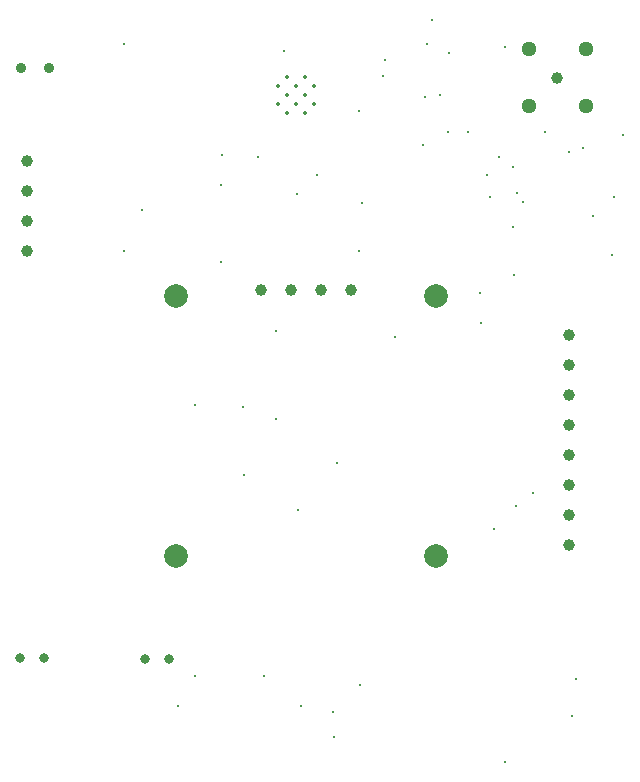
<source format=gbr>
%TF.GenerationSoftware,KiCad,Pcbnew,9.0.3*%
%TF.CreationDate,2025-07-13T04:30:15+05:30*%
%TF.ProjectId,Smart_Env_Monitoring_Node,536d6172-745f-4456-9e76-5f4d6f6e6974,rev?*%
%TF.SameCoordinates,Original*%
%TF.FileFunction,Plated,1,2,PTH,Drill*%
%TF.FilePolarity,Positive*%
%FSLAX46Y46*%
G04 Gerber Fmt 4.6, Leading zero omitted, Abs format (unit mm)*
G04 Created by KiCad (PCBNEW 9.0.3) date 2025-07-13 04:30:15*
%MOMM*%
%LPD*%
G01*
G04 APERTURE LIST*
%TA.AperFunction,ViaDrill*%
%ADD10C,0.300000*%
%TD*%
%TA.AperFunction,ComponentDrill*%
%ADD11C,0.354000*%
%TD*%
%TA.AperFunction,ComponentDrill*%
%ADD12C,0.800000*%
%TD*%
%TA.AperFunction,ComponentDrill*%
%ADD13C,0.900000*%
%TD*%
%TA.AperFunction,ComponentDrill*%
%ADD14C,1.000000*%
%TD*%
%TA.AperFunction,ComponentDrill*%
%ADD15C,1.280000*%
%TD*%
%TA.AperFunction,ComponentDrill*%
%ADD16C,2.000000*%
%TD*%
G04 APERTURE END LIST*
D10*
X121394400Y-98460000D03*
X121420000Y-80940000D03*
X122920000Y-94990000D03*
X125930000Y-137010000D03*
X127390000Y-111550000D03*
X127391200Y-134443400D03*
X129560000Y-92880000D03*
X129620000Y-99404300D03*
X129690000Y-90333500D03*
X131480000Y-111710000D03*
X131550000Y-117460000D03*
X132690000Y-90530000D03*
X133247200Y-134443400D03*
X134230000Y-105290000D03*
X134230000Y-112720000D03*
X134940000Y-81560000D03*
X136040000Y-93650000D03*
X136070000Y-120370000D03*
X136370000Y-137010000D03*
X137735000Y-92075000D03*
X139049200Y-137493800D03*
X139130000Y-139640000D03*
X139450000Y-116450000D03*
X141280400Y-98494900D03*
X141290000Y-86590000D03*
X141342100Y-135256300D03*
X141530000Y-94400000D03*
X143287900Y-83621800D03*
X143490000Y-82330000D03*
X144333500Y-105795200D03*
X146710000Y-89500000D03*
X146833700Y-85473500D03*
X147050000Y-80970000D03*
X147450000Y-78960000D03*
X148127600Y-85283800D03*
X148800000Y-88410000D03*
X148890000Y-81690000D03*
X150490000Y-88380000D03*
X151560000Y-102000000D03*
X151570000Y-104610000D03*
X152134426Y-92086500D03*
X152360000Y-93920000D03*
X152720000Y-121980000D03*
X153090000Y-90530000D03*
X153650000Y-81230000D03*
X153660000Y-141710000D03*
X154320000Y-96450000D03*
X154350000Y-91380000D03*
X154440000Y-100530000D03*
X154560000Y-120110000D03*
X154680000Y-93570000D03*
X155140000Y-94360000D03*
X156000000Y-118970000D03*
X157000000Y-88410000D03*
X159060000Y-90130000D03*
X159334400Y-137882300D03*
X159656500Y-134740200D03*
X160230000Y-89770000D03*
X161110000Y-95540000D03*
X162670000Y-98850000D03*
X162880000Y-93880000D03*
X163609000Y-88659000D03*
D11*
%TO.C,U1*%
X134385000Y-84502500D03*
X134385000Y-86027500D03*
X135147500Y-83740000D03*
X135147500Y-85265000D03*
X135147500Y-86790000D03*
X135910000Y-84502500D03*
X135910000Y-86027500D03*
X136672500Y-83740000D03*
X136672500Y-85265000D03*
X136672500Y-86790000D03*
X137435000Y-84502500D03*
X137435000Y-86027500D03*
D12*
%TO.C,C1*%
X112570000Y-132920000D03*
X114570000Y-132920000D03*
%TO.C,C2*%
X123180000Y-133000000D03*
X125180000Y-133000000D03*
D13*
%TO.C,D1*%
X112650000Y-83000000D03*
X115050000Y-82980000D03*
D14*
%TO.C,J3*%
X113185000Y-90840000D03*
X113185000Y-93380000D03*
X113185000Y-95920000D03*
X113185000Y-98460000D03*
%TO.C,U5*%
X132960000Y-101770000D03*
X135500000Y-101770000D03*
X138040000Y-101770000D03*
X140580000Y-101770000D03*
%TO.C,J4*%
X158070000Y-83790000D03*
%TO.C,J2*%
X159020000Y-105550000D03*
X159020000Y-108090000D03*
X159020000Y-110630000D03*
X159020000Y-113170000D03*
X159020000Y-115710000D03*
X159020000Y-118250000D03*
X159020000Y-120790000D03*
X159020000Y-123330000D03*
D15*
%TO.C,J4*%
X155670000Y-81390000D03*
X155670000Y-86190000D03*
X160470000Y-81390000D03*
X160470000Y-86190000D03*
D16*
%TO.C,U5*%
X125770000Y-102270000D03*
X125770000Y-124270000D03*
X147770000Y-102270000D03*
X147770000Y-124270000D03*
M02*

</source>
